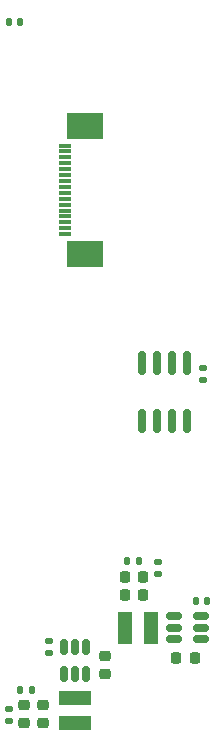
<source format=gbr>
%TF.GenerationSoftware,KiCad,Pcbnew,(6.0.4)*%
%TF.CreationDate,2023-05-23T13:29:09+09:00*%
%TF.ProjectId,BajieHeader,42616a69-6548-4656-9164-65722e6b6963,rev?*%
%TF.SameCoordinates,Original*%
%TF.FileFunction,Paste,Top*%
%TF.FilePolarity,Positive*%
%FSLAX46Y46*%
G04 Gerber Fmt 4.6, Leading zero omitted, Abs format (unit mm)*
G04 Created by KiCad (PCBNEW (6.0.4)) date 2023-05-23 13:29:09*
%MOMM*%
%LPD*%
G01*
G04 APERTURE LIST*
G04 Aperture macros list*
%AMRoundRect*
0 Rectangle with rounded corners*
0 $1 Rounding radius*
0 $2 $3 $4 $5 $6 $7 $8 $9 X,Y pos of 4 corners*
0 Add a 4 corners polygon primitive as box body*
4,1,4,$2,$3,$4,$5,$6,$7,$8,$9,$2,$3,0*
0 Add four circle primitives for the rounded corners*
1,1,$1+$1,$2,$3*
1,1,$1+$1,$4,$5*
1,1,$1+$1,$6,$7*
1,1,$1+$1,$8,$9*
0 Add four rect primitives between the rounded corners*
20,1,$1+$1,$2,$3,$4,$5,0*
20,1,$1+$1,$4,$5,$6,$7,0*
20,1,$1+$1,$6,$7,$8,$9,0*
20,1,$1+$1,$8,$9,$2,$3,0*%
G04 Aperture macros list end*
%ADD10RoundRect,0.135000X-0.135000X-0.185000X0.135000X-0.185000X0.135000X0.185000X-0.135000X0.185000X0*%
%ADD11RoundRect,0.140000X0.170000X-0.140000X0.170000X0.140000X-0.170000X0.140000X-0.170000X-0.140000X0*%
%ADD12RoundRect,0.150000X-0.512500X-0.150000X0.512500X-0.150000X0.512500X0.150000X-0.512500X0.150000X0*%
%ADD13RoundRect,0.150000X0.150000X-0.512500X0.150000X0.512500X-0.150000X0.512500X-0.150000X-0.512500X0*%
%ADD14RoundRect,0.140000X-0.140000X-0.170000X0.140000X-0.170000X0.140000X0.170000X-0.140000X0.170000X0*%
%ADD15RoundRect,0.225000X-0.250000X0.225000X-0.250000X-0.225000X0.250000X-0.225000X0.250000X0.225000X0*%
%ADD16RoundRect,0.135000X-0.185000X0.135000X-0.185000X-0.135000X0.185000X-0.135000X0.185000X0.135000X0*%
%ADD17RoundRect,0.140000X0.140000X0.170000X-0.140000X0.170000X-0.140000X-0.170000X0.140000X-0.170000X0*%
%ADD18RoundRect,0.225000X0.225000X0.250000X-0.225000X0.250000X-0.225000X-0.250000X0.225000X-0.250000X0*%
%ADD19R,2.800000X1.175000*%
%ADD20RoundRect,0.135000X0.185000X-0.135000X0.185000X0.135000X-0.185000X0.135000X-0.185000X-0.135000X0*%
%ADD21R,1.175000X2.800000*%
%ADD22RoundRect,0.150000X-0.150000X0.825000X-0.150000X-0.825000X0.150000X-0.825000X0.150000X0.825000X0*%
%ADD23R,1.100000X0.300000*%
%ADD24R,3.100000X2.300000*%
G04 APERTURE END LIST*
D10*
%TO.C,R3*%
X93698601Y-105105200D03*
X94718601Y-105105200D03*
%TD*%
D11*
%TO.C,C6*%
X87020401Y-112851599D03*
X87020401Y-111891599D03*
%TD*%
D12*
%TO.C,U2*%
X97668500Y-109768600D03*
X97668500Y-110718600D03*
X97668500Y-111668600D03*
X99943500Y-111668600D03*
X99943500Y-110718600D03*
X99943500Y-109768600D03*
%TD*%
D13*
%TO.C,U1*%
X88331000Y-114652100D03*
X89281000Y-114652100D03*
X90231000Y-114652100D03*
X90231000Y-112377100D03*
X89281000Y-112377100D03*
X88331000Y-112377100D03*
%TD*%
D14*
%TO.C,C7*%
X99469000Y-108458000D03*
X100429000Y-108458000D03*
%TD*%
D15*
%TO.C,C4*%
X91795600Y-113093200D03*
X91795600Y-114643200D03*
%TD*%
D16*
%TO.C,R4*%
X96316800Y-105128600D03*
X96316800Y-106148600D03*
%TD*%
D15*
%TO.C,C11*%
X84963001Y-117260799D03*
X84963001Y-118810799D03*
%TD*%
D10*
%TO.C,R2*%
X84580000Y-116001800D03*
X85600000Y-116001800D03*
%TD*%
D11*
%TO.C,C8*%
X100076000Y-89735600D03*
X100076000Y-88775600D03*
%TD*%
D17*
%TO.C,C14*%
X83644800Y-59410600D03*
X84604800Y-59410600D03*
%TD*%
D18*
%TO.C,C5*%
X99403200Y-113258600D03*
X97853200Y-113258600D03*
%TD*%
D19*
%TO.C,L1*%
X89281000Y-116643500D03*
X89281000Y-118818500D03*
%TD*%
D18*
%TO.C,C12*%
X95059801Y-106400599D03*
X93509801Y-106400599D03*
%TD*%
%TO.C,C10*%
X95059801Y-107950000D03*
X93509801Y-107950000D03*
%TD*%
D20*
%TO.C,R1*%
X83667600Y-118621999D03*
X83667600Y-117601999D03*
%TD*%
D15*
%TO.C,C9*%
X86512400Y-117260799D03*
X86512400Y-118810799D03*
%TD*%
D21*
%TO.C,L2*%
X95677100Y-110718600D03*
X93502100Y-110718600D03*
%TD*%
D22*
%TO.C,U3*%
X98729800Y-88279200D03*
X97459800Y-88279200D03*
X96189800Y-88279200D03*
X94919800Y-88279200D03*
X94919800Y-93229200D03*
X96189800Y-93229200D03*
X97459800Y-93229200D03*
X98729800Y-93229200D03*
%TD*%
D23*
%TO.C,J2*%
X88439000Y-77410000D03*
X88439000Y-76910000D03*
X88439000Y-76410000D03*
X88439000Y-75910000D03*
X88439000Y-75410000D03*
X88439000Y-74910000D03*
X88439000Y-74410000D03*
X88439000Y-73910000D03*
X88439000Y-73410000D03*
X88439000Y-72910000D03*
X88439000Y-72410000D03*
X88439000Y-71910000D03*
X88439000Y-71410000D03*
X88439000Y-70910000D03*
X88439000Y-70410000D03*
X88439000Y-69910000D03*
D24*
X90139000Y-79080000D03*
X90139000Y-68240000D03*
%TD*%
M02*

</source>
